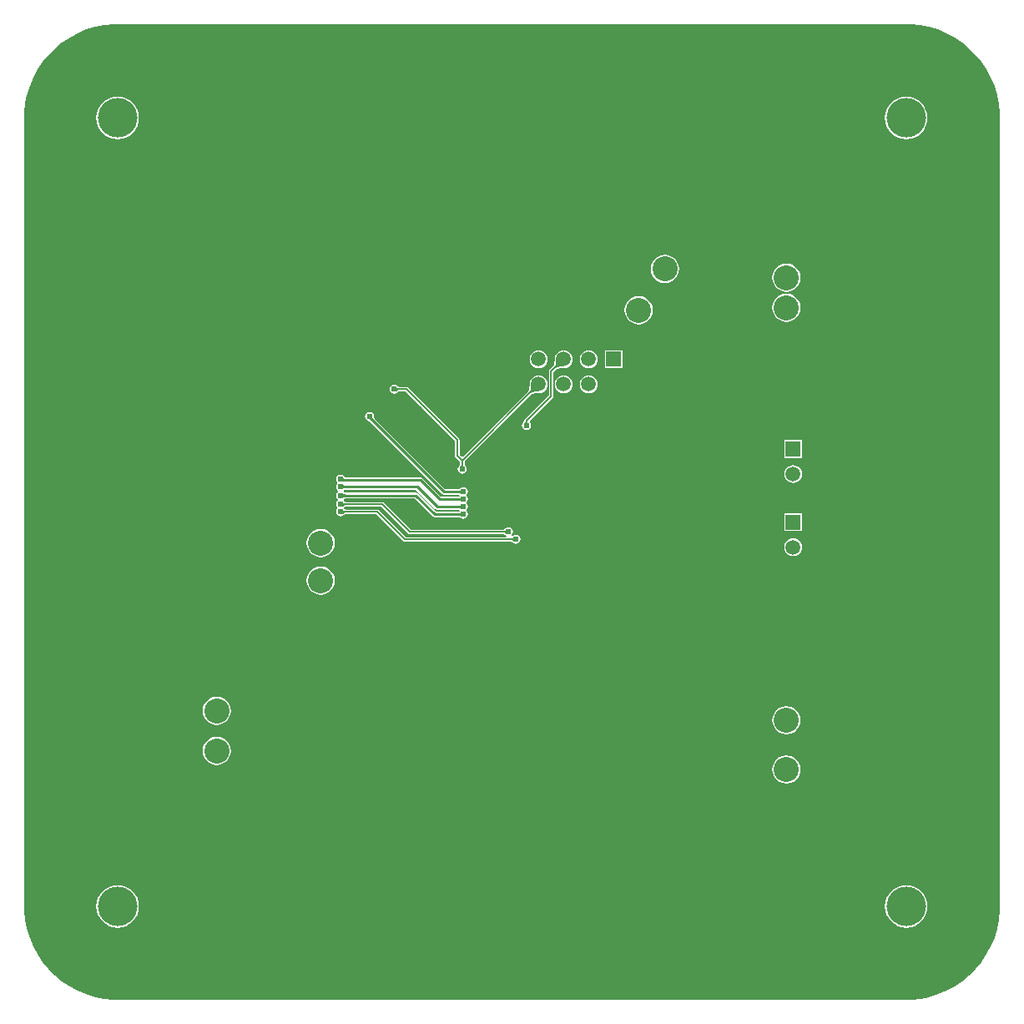
<source format=gbl>
G04*
G04 #@! TF.GenerationSoftware,Altium Limited,Altium Designer,19.1.9 (167)*
G04*
G04 Layer_Physical_Order=2*
G04 Layer_Color=16711680*
%FSAX25Y25*%
%MOIN*%
G70*
G01*
G75*
%ADD12C,0.01000*%
%ADD70C,0.00600*%
%ADD73C,0.10000*%
%ADD74C,0.05906*%
%ADD75R,0.05906X0.05906*%
%ADD76C,0.15748*%
%ADD77R,0.05906X0.05906*%
%ADD78C,0.05000*%
%ADD79C,0.02400*%
G36*
X0359915Y0391441D02*
X0363512Y0390726D01*
X0367022Y0389661D01*
X0370411Y0388257D01*
X0373646Y0386528D01*
X0376696Y0384490D01*
X0379531Y0382164D01*
X0382124Y0379570D01*
X0384451Y0376735D01*
X0386489Y0373685D01*
X0388218Y0370450D01*
X0389622Y0367061D01*
X0390686Y0363551D01*
X0391402Y0359954D01*
X0391762Y0356304D01*
Y0354470D01*
Y0039509D01*
Y0037675D01*
X0391402Y0034025D01*
X0390686Y0030427D01*
X0389622Y0026918D01*
X0388218Y0023529D01*
X0386489Y0020294D01*
X0384451Y0017244D01*
X0382124Y0014409D01*
X0379531Y0011815D01*
X0376695Y0009488D01*
X0373646Y0007451D01*
X0370411Y0005722D01*
X0367022Y0004318D01*
X0363512Y0003253D01*
X0359915Y0002538D01*
X0356265Y0002178D01*
X0037636D01*
X0033986Y0002538D01*
X0030388Y0003253D01*
X0026878Y0004318D01*
X0023490Y0005722D01*
X0020255Y0007451D01*
X0017205Y0009488D01*
X0014370Y0011815D01*
X0011776Y0014409D01*
X0009449Y0017244D01*
X0007412Y0020294D01*
X0005683Y0023529D01*
X0004279Y0026918D01*
X0003214Y0030428D01*
X0002499Y0034025D01*
X0002139Y0037675D01*
Y0039509D01*
Y0354470D01*
Y0356304D01*
X0002499Y0359954D01*
X0003214Y0363551D01*
X0004279Y0367061D01*
X0005683Y0370450D01*
X0007412Y0373685D01*
X0009449Y0376735D01*
X0011776Y0379570D01*
X0014370Y0382164D01*
X0017205Y0384490D01*
X0020255Y0386528D01*
X0023490Y0388257D01*
X0026878Y0389661D01*
X0030388Y0390726D01*
X0033986Y0391441D01*
X0037636Y0391801D01*
X0356265D01*
X0359915Y0391441D01*
D02*
G37*
%LPC*%
G36*
X0354331Y0362846D02*
X0352670Y0362682D01*
X0351072Y0362198D01*
X0349600Y0361411D01*
X0348310Y0360352D01*
X0347251Y0359061D01*
X0346464Y0357589D01*
X0345979Y0355992D01*
X0345816Y0354331D01*
X0345979Y0352670D01*
X0346464Y0351072D01*
X0347251Y0349600D01*
X0348310Y0348310D01*
X0349600Y0347251D01*
X0351072Y0346464D01*
X0352670Y0345979D01*
X0354331Y0345816D01*
X0355992Y0345979D01*
X0357589Y0346464D01*
X0359061Y0347251D01*
X0360352Y0348310D01*
X0361411Y0349600D01*
X0362198Y0351072D01*
X0362682Y0352670D01*
X0362846Y0354331D01*
X0362682Y0355992D01*
X0362198Y0357589D01*
X0361411Y0359061D01*
X0360352Y0360352D01*
X0359061Y0361411D01*
X0357589Y0362198D01*
X0355992Y0362682D01*
X0354331Y0362846D01*
D02*
G37*
G36*
X0039370D02*
X0037709Y0362682D01*
X0036112Y0362198D01*
X0034639Y0361411D01*
X0033349Y0360352D01*
X0032290Y0359061D01*
X0031503Y0357589D01*
X0031019Y0355992D01*
X0030855Y0354331D01*
X0031019Y0352670D01*
X0031503Y0351072D01*
X0032290Y0349600D01*
X0033349Y0348310D01*
X0034639Y0347251D01*
X0036112Y0346464D01*
X0037709Y0345979D01*
X0039370Y0345816D01*
X0041031Y0345979D01*
X0042629Y0346464D01*
X0044101Y0347251D01*
X0045391Y0348310D01*
X0046450Y0349600D01*
X0047237Y0351072D01*
X0047721Y0352670D01*
X0047885Y0354331D01*
X0047721Y0355992D01*
X0047237Y0357589D01*
X0046450Y0359061D01*
X0045391Y0360352D01*
X0044101Y0361411D01*
X0042629Y0362198D01*
X0041031Y0362682D01*
X0039370Y0362846D01*
D02*
G37*
G36*
X0258000Y0299648D02*
X0256538Y0299456D01*
X0255176Y0298892D01*
X0254006Y0297994D01*
X0253108Y0296824D01*
X0252544Y0295462D01*
X0252352Y0294000D01*
X0252544Y0292538D01*
X0253108Y0291176D01*
X0254006Y0290006D01*
X0255176Y0289108D01*
X0256538Y0288544D01*
X0258000Y0288352D01*
X0259462Y0288544D01*
X0260824Y0289108D01*
X0261994Y0290006D01*
X0262892Y0291176D01*
X0263456Y0292538D01*
X0263648Y0294000D01*
X0263456Y0295462D01*
X0262892Y0296824D01*
X0261994Y0297994D01*
X0260824Y0298892D01*
X0259462Y0299456D01*
X0258000Y0299648D01*
D02*
G37*
G36*
X0306500Y0296148D02*
X0305038Y0295956D01*
X0303676Y0295392D01*
X0302506Y0294494D01*
X0301608Y0293324D01*
X0301044Y0291962D01*
X0300852Y0290500D01*
X0301044Y0289038D01*
X0301608Y0287676D01*
X0302506Y0286506D01*
X0303676Y0285608D01*
X0305038Y0285044D01*
X0306500Y0284852D01*
X0307962Y0285044D01*
X0309324Y0285608D01*
X0310494Y0286506D01*
X0311392Y0287676D01*
X0311956Y0289038D01*
X0312148Y0290500D01*
X0311956Y0291962D01*
X0311392Y0293324D01*
X0310494Y0294494D01*
X0309324Y0295392D01*
X0307962Y0295956D01*
X0306500Y0296148D01*
D02*
G37*
G36*
Y0284148D02*
X0305038Y0283956D01*
X0303676Y0283392D01*
X0302506Y0282494D01*
X0301608Y0281324D01*
X0301044Y0279962D01*
X0300852Y0278500D01*
X0301044Y0277038D01*
X0301608Y0275676D01*
X0302506Y0274506D01*
X0303676Y0273608D01*
X0305038Y0273044D01*
X0306500Y0272852D01*
X0307962Y0273044D01*
X0309324Y0273608D01*
X0310494Y0274506D01*
X0311392Y0275676D01*
X0311956Y0277038D01*
X0312148Y0278500D01*
X0311956Y0279962D01*
X0311392Y0281324D01*
X0310494Y0282494D01*
X0309324Y0283392D01*
X0307962Y0283956D01*
X0306500Y0284148D01*
D02*
G37*
G36*
X0247500Y0283148D02*
X0246038Y0282956D01*
X0244676Y0282392D01*
X0243506Y0281494D01*
X0242608Y0280324D01*
X0242044Y0278962D01*
X0241852Y0277500D01*
X0242044Y0276038D01*
X0242608Y0274676D01*
X0243506Y0273506D01*
X0244676Y0272608D01*
X0246038Y0272044D01*
X0247500Y0271852D01*
X0248962Y0272044D01*
X0250324Y0272608D01*
X0251494Y0273506D01*
X0252392Y0274676D01*
X0252956Y0276038D01*
X0253148Y0277500D01*
X0252956Y0278962D01*
X0252392Y0280324D01*
X0251494Y0281494D01*
X0250324Y0282392D01*
X0248962Y0282956D01*
X0247500Y0283148D01*
D02*
G37*
G36*
X0241053Y0261553D02*
X0233947D01*
Y0254447D01*
X0241053D01*
Y0261553D01*
D02*
G37*
G36*
X0227500Y0261583D02*
X0226573Y0261461D01*
X0225708Y0261103D01*
X0224966Y0260534D01*
X0224397Y0259792D01*
X0224039Y0258927D01*
X0223917Y0258000D01*
X0224039Y0257073D01*
X0224397Y0256208D01*
X0224966Y0255466D01*
X0225708Y0254897D01*
X0226573Y0254539D01*
X0227500Y0254417D01*
X0228427Y0254539D01*
X0229292Y0254897D01*
X0230034Y0255466D01*
X0230603Y0256208D01*
X0230961Y0257073D01*
X0231083Y0258000D01*
X0230961Y0258927D01*
X0230603Y0259792D01*
X0230034Y0260534D01*
X0229292Y0261103D01*
X0228427Y0261461D01*
X0227500Y0261583D01*
D02*
G37*
G36*
X0207500D02*
X0206573Y0261461D01*
X0205708Y0261103D01*
X0204966Y0260534D01*
X0204397Y0259792D01*
X0204039Y0258927D01*
X0203917Y0258000D01*
X0204039Y0257073D01*
X0204397Y0256208D01*
X0204966Y0255466D01*
X0205708Y0254897D01*
X0206573Y0254539D01*
X0207500Y0254417D01*
X0208427Y0254539D01*
X0209292Y0254897D01*
X0210034Y0255466D01*
X0210603Y0256208D01*
X0210961Y0257073D01*
X0211083Y0258000D01*
X0210961Y0258927D01*
X0210603Y0259792D01*
X0210034Y0260534D01*
X0209292Y0261103D01*
X0208427Y0261461D01*
X0207500Y0261583D01*
D02*
G37*
G36*
X0227500Y0251583D02*
X0226573Y0251461D01*
X0225708Y0251103D01*
X0224966Y0250534D01*
X0224397Y0249792D01*
X0224039Y0248927D01*
X0223917Y0248000D01*
X0224039Y0247073D01*
X0224397Y0246208D01*
X0224966Y0245466D01*
X0225708Y0244897D01*
X0226573Y0244539D01*
X0227500Y0244417D01*
X0228427Y0244539D01*
X0229292Y0244897D01*
X0230034Y0245466D01*
X0230603Y0246208D01*
X0230961Y0247073D01*
X0231083Y0248000D01*
X0230961Y0248927D01*
X0230603Y0249792D01*
X0230034Y0250534D01*
X0229292Y0251103D01*
X0228427Y0251461D01*
X0227500Y0251583D01*
D02*
G37*
G36*
X0217500D02*
X0216573Y0251461D01*
X0215708Y0251103D01*
X0214966Y0250534D01*
X0214397Y0249792D01*
X0214039Y0248927D01*
X0213917Y0248000D01*
X0214039Y0247073D01*
X0214397Y0246208D01*
X0214966Y0245466D01*
X0215708Y0244897D01*
X0216573Y0244539D01*
X0217500Y0244417D01*
X0218427Y0244539D01*
X0219292Y0244897D01*
X0220034Y0245466D01*
X0220603Y0246208D01*
X0220961Y0247073D01*
X0221083Y0248000D01*
X0220961Y0248927D01*
X0220603Y0249792D01*
X0220034Y0250534D01*
X0219292Y0251103D01*
X0218427Y0251461D01*
X0217500Y0251583D01*
D02*
G37*
G36*
Y0261583D02*
X0216573Y0261461D01*
X0215708Y0261103D01*
X0214966Y0260534D01*
X0214397Y0259792D01*
X0214039Y0258927D01*
X0213920Y0258025D01*
X0213898Y0257972D01*
X0213896Y0257506D01*
X0213883Y0257094D01*
X0213820Y0256368D01*
X0213774Y0256084D01*
X0213719Y0255838D01*
X0213658Y0255641D01*
X0213596Y0255492D01*
X0213539Y0255396D01*
X0213457Y0255295D01*
X0213439Y0255237D01*
X0211851Y0253649D01*
X0211652Y0253351D01*
X0211582Y0253000D01*
Y0243580D01*
X0201951Y0233949D01*
X0201752Y0233651D01*
X0201715Y0233464D01*
X0201651Y0233325D01*
X0201648Y0233246D01*
X0201643Y0233201D01*
X0201635Y0233163D01*
X0201625Y0233133D01*
X0201615Y0233108D01*
X0201603Y0233087D01*
X0201589Y0233067D01*
X0201572Y0233047D01*
X0201550Y0233025D01*
X0201498Y0232984D01*
X0201478Y0232949D01*
X0201441Y0232934D01*
X0201416Y0232874D01*
X0201302Y0232798D01*
X0200904Y0232202D01*
X0200765Y0231500D01*
X0200904Y0230798D01*
X0201302Y0230202D01*
X0201898Y0229804D01*
X0202600Y0229665D01*
X0203302Y0229804D01*
X0203898Y0230202D01*
X0204296Y0230798D01*
X0204435Y0231500D01*
X0204296Y0232202D01*
X0203898Y0232798D01*
X0203914Y0233254D01*
X0203960Y0233349D01*
X0203991Y0233394D01*
X0213149Y0242551D01*
X0213348Y0242849D01*
X0213418Y0243200D01*
Y0252620D01*
X0214737Y0253939D01*
X0214795Y0253957D01*
X0214896Y0254039D01*
X0214992Y0254096D01*
X0215141Y0254158D01*
X0215338Y0254219D01*
X0215584Y0254274D01*
X0215862Y0254319D01*
X0217017Y0254397D01*
X0217472Y0254398D01*
X0217525Y0254420D01*
X0218427Y0254539D01*
X0219292Y0254897D01*
X0220034Y0255466D01*
X0220603Y0256208D01*
X0220961Y0257073D01*
X0221083Y0258000D01*
X0220961Y0258927D01*
X0220603Y0259792D01*
X0220034Y0260534D01*
X0219292Y0261103D01*
X0218427Y0261461D01*
X0217500Y0261583D01*
D02*
G37*
G36*
X0207500Y0251583D02*
X0206573Y0251461D01*
X0205708Y0251103D01*
X0204966Y0250534D01*
X0204397Y0249792D01*
X0204039Y0248927D01*
X0203920Y0248025D01*
X0203898Y0247972D01*
X0203896Y0247506D01*
X0203883Y0247094D01*
X0203820Y0246369D01*
X0203774Y0246084D01*
X0203719Y0245838D01*
X0203658Y0245640D01*
X0203596Y0245493D01*
X0203539Y0245396D01*
X0203457Y0245295D01*
X0203439Y0245236D01*
X0177329Y0219126D01*
X0177000Y0218971D01*
X0176671Y0219126D01*
X0175918Y0219880D01*
Y0225871D01*
X0175848Y0226222D01*
X0175649Y0226519D01*
X0155519Y0246649D01*
X0155222Y0246848D01*
X0154871Y0246918D01*
X0151857D01*
X0151792Y0246949D01*
X0151727Y0246952D01*
X0151694Y0246957D01*
X0151654Y0246968D01*
X0151608Y0246985D01*
X0151555Y0247010D01*
X0151495Y0247045D01*
X0151437Y0247085D01*
X0151271Y0247221D01*
X0151185Y0247306D01*
X0151126Y0247329D01*
X0150577Y0247696D01*
X0149875Y0247835D01*
X0149173Y0247696D01*
X0148577Y0247298D01*
X0148179Y0246702D01*
X0148040Y0246000D01*
X0148179Y0245298D01*
X0148577Y0244702D01*
X0149173Y0244304D01*
X0149875Y0244165D01*
X0150577Y0244304D01*
X0151126Y0244671D01*
X0151185Y0244694D01*
X0151278Y0244785D01*
X0151356Y0244853D01*
X0151428Y0244910D01*
X0151495Y0244955D01*
X0151555Y0244990D01*
X0151608Y0245015D01*
X0151654Y0245032D01*
X0151694Y0245043D01*
X0151727Y0245048D01*
X0151792Y0245052D01*
X0151857Y0245082D01*
X0154491D01*
X0174082Y0225490D01*
Y0219500D01*
X0174152Y0219149D01*
X0174351Y0218851D01*
X0175774Y0217428D01*
X0175800Y0217357D01*
X0175864Y0217289D01*
X0175906Y0217237D01*
X0175940Y0217186D01*
X0175969Y0217135D01*
X0175993Y0217083D01*
X0176013Y0217029D01*
X0176029Y0216972D01*
X0176040Y0216912D01*
X0176048Y0216846D01*
X0176051Y0216753D01*
X0176082Y0216684D01*
Y0215982D01*
X0176051Y0215917D01*
X0176048Y0215852D01*
X0176043Y0215819D01*
X0176032Y0215779D01*
X0176015Y0215733D01*
X0175990Y0215680D01*
X0175955Y0215620D01*
X0175915Y0215562D01*
X0175779Y0215396D01*
X0175694Y0215310D01*
X0175671Y0215251D01*
X0175304Y0214702D01*
X0175165Y0214000D01*
X0175304Y0213298D01*
X0175702Y0212702D01*
X0176298Y0212304D01*
X0177000Y0212165D01*
X0177702Y0212304D01*
X0178298Y0212702D01*
X0178696Y0213298D01*
X0178835Y0214000D01*
X0178696Y0214702D01*
X0178329Y0215251D01*
X0178306Y0215310D01*
X0178215Y0215403D01*
X0178147Y0215481D01*
X0178090Y0215553D01*
X0178045Y0215620D01*
X0178010Y0215680D01*
X0177985Y0215733D01*
X0177968Y0215779D01*
X0177957Y0215819D01*
X0177952Y0215852D01*
X0177948Y0215917D01*
X0177918Y0215982D01*
Y0216684D01*
X0177949Y0216753D01*
X0177952Y0216846D01*
X0177960Y0216912D01*
X0177971Y0216972D01*
X0177987Y0217029D01*
X0178007Y0217083D01*
X0178031Y0217135D01*
X0178060Y0217186D01*
X0178094Y0217237D01*
X0178136Y0217289D01*
X0178200Y0217357D01*
X0178226Y0217428D01*
X0204736Y0243939D01*
X0204795Y0243957D01*
X0204895Y0244039D01*
X0204993Y0244096D01*
X0205140Y0244158D01*
X0205339Y0244219D01*
X0205584Y0244274D01*
X0205862Y0244319D01*
X0207017Y0244397D01*
X0207472Y0244398D01*
X0207525Y0244420D01*
X0208427Y0244539D01*
X0209292Y0244897D01*
X0210034Y0245466D01*
X0210603Y0246208D01*
X0210961Y0247073D01*
X0211083Y0248000D01*
X0210961Y0248927D01*
X0210603Y0249792D01*
X0210034Y0250534D01*
X0209292Y0251103D01*
X0208427Y0251461D01*
X0207500Y0251583D01*
D02*
G37*
G36*
X0312753Y0225650D02*
X0305647D01*
Y0218545D01*
X0312753D01*
Y0225650D01*
D02*
G37*
G36*
X0309200Y0215681D02*
X0308273Y0215559D01*
X0307408Y0215201D01*
X0306666Y0214631D01*
X0306097Y0213889D01*
X0305739Y0213025D01*
X0305617Y0212097D01*
X0305739Y0211170D01*
X0306097Y0210306D01*
X0306666Y0209563D01*
X0307408Y0208994D01*
X0308273Y0208636D01*
X0309200Y0208514D01*
X0310127Y0208636D01*
X0310992Y0208994D01*
X0311734Y0209563D01*
X0312303Y0210306D01*
X0312661Y0211170D01*
X0312783Y0212097D01*
X0312661Y0213025D01*
X0312303Y0213889D01*
X0311734Y0214631D01*
X0310992Y0215201D01*
X0310127Y0215559D01*
X0309200Y0215681D01*
D02*
G37*
G36*
X0140000Y0236835D02*
X0139298Y0236696D01*
X0138702Y0236298D01*
X0138304Y0235702D01*
X0138165Y0235000D01*
X0138304Y0234298D01*
X0138702Y0233702D01*
X0139298Y0233304D01*
X0139609Y0233243D01*
X0139717Y0233173D01*
X0139784Y0233160D01*
X0139827Y0233149D01*
X0139872Y0233134D01*
X0139920Y0233113D01*
X0139971Y0233087D01*
X0140024Y0233054D01*
X0140075Y0233020D01*
X0140211Y0232908D01*
X0140280Y0232841D01*
X0140345Y0232817D01*
X0168954Y0204207D01*
X0169318Y0203964D01*
X0169747Y0203878D01*
X0169747Y0203878D01*
X0175609D01*
X0175671Y0203851D01*
X0175750Y0203849D01*
X0175940Y0203585D01*
X0175994Y0203500D01*
X0175941Y0203416D01*
X0175750Y0203151D01*
X0175671Y0203149D01*
X0175609Y0203122D01*
X0168465D01*
X0161093Y0210493D01*
X0160729Y0210736D01*
X0160300Y0210822D01*
X0160300Y0210822D01*
X0130586D01*
X0130583Y0210824D01*
X0130562Y0210822D01*
X0130485D01*
X0130424Y0210849D01*
X0130325Y0210852D01*
X0130260Y0210859D01*
X0130208Y0210869D01*
X0130170Y0210880D01*
X0130144Y0210890D01*
X0130128Y0210898D01*
X0130120Y0210905D01*
X0130114Y0210909D01*
X0130110Y0210915D01*
X0130082Y0210957D01*
X0129979Y0211026D01*
X0129798Y0211298D01*
X0129202Y0211696D01*
X0128500Y0211835D01*
X0127798Y0211696D01*
X0127202Y0211298D01*
X0126804Y0210702D01*
X0126665Y0210000D01*
X0126804Y0209298D01*
X0127111Y0208838D01*
X0127168Y0208500D01*
X0127111Y0208162D01*
X0126804Y0207702D01*
X0126665Y0207000D01*
X0126804Y0206298D01*
X0127202Y0205702D01*
X0127429Y0205551D01*
Y0204949D01*
X0127202Y0204798D01*
X0126804Y0204202D01*
X0126665Y0203500D01*
X0126804Y0202798D01*
X0127202Y0202202D01*
X0127429Y0202051D01*
Y0201449D01*
X0127202Y0201298D01*
X0126804Y0200702D01*
X0126665Y0200000D01*
X0126804Y0199298D01*
X0127202Y0198702D01*
Y0198298D01*
X0126804Y0197702D01*
X0126665Y0197000D01*
X0126804Y0196298D01*
X0127202Y0195702D01*
X0127798Y0195304D01*
X0128500Y0195165D01*
X0129202Y0195304D01*
X0129751Y0195671D01*
X0129810Y0195694D01*
X0129903Y0195785D01*
X0129981Y0195853D01*
X0130053Y0195910D01*
X0130120Y0195955D01*
X0130180Y0195990D01*
X0130233Y0196015D01*
X0130279Y0196032D01*
X0130319Y0196043D01*
X0130352Y0196048D01*
X0130417Y0196052D01*
X0130482Y0196082D01*
X0142620D01*
X0153351Y0185351D01*
X0153649Y0185152D01*
X0154000Y0185082D01*
X0196519D01*
X0196583Y0185052D01*
X0196648Y0185048D01*
X0196681Y0185043D01*
X0196721Y0185032D01*
X0196767Y0185015D01*
X0196820Y0184990D01*
X0196880Y0184955D01*
X0196938Y0184915D01*
X0197104Y0184779D01*
X0197190Y0184694D01*
X0197249Y0184671D01*
X0197798Y0184304D01*
X0198500Y0184165D01*
X0199202Y0184304D01*
X0199798Y0184702D01*
X0200196Y0185298D01*
X0200335Y0186000D01*
X0200196Y0186702D01*
X0199798Y0187298D01*
X0199202Y0187696D01*
X0198500Y0187835D01*
X0197798Y0187696D01*
X0197249Y0187329D01*
X0197190Y0187306D01*
X0197097Y0187215D01*
X0197019Y0187147D01*
X0196981Y0187117D01*
X0196832Y0187116D01*
X0196824Y0187118D01*
X0196728Y0187635D01*
X0196748Y0187669D01*
X0196798Y0187702D01*
X0197196Y0188298D01*
X0197335Y0189000D01*
X0197196Y0189702D01*
X0196798Y0190298D01*
X0196202Y0190696D01*
X0195500Y0190835D01*
X0194798Y0190696D01*
X0194249Y0190329D01*
X0194190Y0190306D01*
X0194097Y0190215D01*
X0194019Y0190147D01*
X0193947Y0190090D01*
X0193880Y0190045D01*
X0193820Y0190010D01*
X0193767Y0189985D01*
X0193721Y0189968D01*
X0193681Y0189957D01*
X0193648Y0189952D01*
X0193583Y0189948D01*
X0193518Y0189918D01*
X0156380D01*
X0145649Y0200649D01*
X0145351Y0200848D01*
X0145000Y0200918D01*
X0130482D01*
X0130417Y0200949D01*
X0130352Y0200952D01*
X0130319Y0200957D01*
X0130279Y0200968D01*
X0130233Y0200985D01*
X0130180Y0201010D01*
X0130120Y0201045D01*
X0130062Y0201085D01*
X0129896Y0201221D01*
X0129810Y0201306D01*
X0129751Y0201329D01*
X0129571Y0201449D01*
Y0202051D01*
X0129735Y0202161D01*
X0129799Y0202184D01*
X0129846Y0202228D01*
X0129873Y0202249D01*
X0129904Y0202268D01*
X0129939Y0202286D01*
X0129981Y0202303D01*
X0130030Y0202318D01*
X0130087Y0202331D01*
X0130152Y0202341D01*
X0130227Y0202348D01*
X0130329Y0202351D01*
X0130391Y0202378D01*
X0158005D01*
X0165177Y0195207D01*
X0165177Y0195207D01*
X0165541Y0194964D01*
X0165970Y0194878D01*
X0175609D01*
X0175671Y0194851D01*
X0175773Y0194848D01*
X0175847Y0194841D01*
X0175913Y0194831D01*
X0175970Y0194818D01*
X0176019Y0194803D01*
X0176061Y0194786D01*
X0176096Y0194768D01*
X0176127Y0194749D01*
X0176154Y0194728D01*
X0176201Y0194684D01*
X0176265Y0194660D01*
X0176798Y0194304D01*
X0177500Y0194165D01*
X0178202Y0194304D01*
X0178798Y0194702D01*
X0179196Y0195298D01*
X0179335Y0196000D01*
X0179196Y0196702D01*
X0178798Y0197298D01*
Y0197702D01*
X0179196Y0198298D01*
X0179335Y0199000D01*
X0179196Y0199702D01*
X0178798Y0200298D01*
Y0200702D01*
X0179196Y0201298D01*
X0179335Y0202000D01*
X0179196Y0202702D01*
X0178798Y0203298D01*
Y0203702D01*
X0179196Y0204298D01*
X0179335Y0205000D01*
X0179196Y0205702D01*
X0178798Y0206298D01*
X0178202Y0206696D01*
X0177500Y0206835D01*
X0176798Y0206696D01*
X0176265Y0206340D01*
X0176201Y0206316D01*
X0176154Y0206272D01*
X0176127Y0206251D01*
X0176096Y0206232D01*
X0176061Y0206214D01*
X0176019Y0206197D01*
X0175970Y0206182D01*
X0175913Y0206169D01*
X0175847Y0206159D01*
X0175773Y0206152D01*
X0175671Y0206149D01*
X0175609Y0206121D01*
X0170212D01*
X0142090Y0234243D01*
X0142082Y0234278D01*
X0142043Y0234302D01*
X0142027Y0234345D01*
X0141959Y0234418D01*
X0141915Y0234471D01*
X0141882Y0234519D01*
X0141858Y0234559D01*
X0141842Y0234594D01*
X0141833Y0234622D01*
X0141827Y0234645D01*
X0141825Y0234665D01*
X0141825Y0234685D01*
X0141831Y0234741D01*
X0141803Y0234836D01*
X0141835Y0235000D01*
X0141696Y0235702D01*
X0141298Y0236298D01*
X0140702Y0236696D01*
X0140000Y0236835D01*
D02*
G37*
G36*
X0312753Y0196450D02*
X0305647D01*
Y0189345D01*
X0312753D01*
Y0196450D01*
D02*
G37*
G36*
X0309200Y0186481D02*
X0308273Y0186359D01*
X0307408Y0186001D01*
X0306666Y0185431D01*
X0306097Y0184689D01*
X0305739Y0183825D01*
X0305617Y0182897D01*
X0305739Y0181970D01*
X0306097Y0181105D01*
X0306666Y0180363D01*
X0307408Y0179794D01*
X0308273Y0179436D01*
X0309200Y0179314D01*
X0310127Y0179436D01*
X0310992Y0179794D01*
X0311734Y0180363D01*
X0312303Y0181105D01*
X0312661Y0181970D01*
X0312783Y0182897D01*
X0312661Y0183825D01*
X0312303Y0184689D01*
X0311734Y0185431D01*
X0310992Y0186001D01*
X0310127Y0186359D01*
X0309200Y0186481D01*
D02*
G37*
G36*
X0120500Y0190148D02*
X0119038Y0189956D01*
X0117676Y0189392D01*
X0116506Y0188494D01*
X0115608Y0187324D01*
X0115044Y0185962D01*
X0114852Y0184500D01*
X0115044Y0183038D01*
X0115608Y0181676D01*
X0116506Y0180506D01*
X0117676Y0179608D01*
X0119038Y0179044D01*
X0120500Y0178852D01*
X0121962Y0179044D01*
X0123324Y0179608D01*
X0124494Y0180506D01*
X0125392Y0181676D01*
X0125956Y0183038D01*
X0126148Y0184500D01*
X0125956Y0185962D01*
X0125392Y0187324D01*
X0124494Y0188494D01*
X0123324Y0189392D01*
X0121962Y0189956D01*
X0120500Y0190148D01*
D02*
G37*
G36*
Y0175148D02*
X0119038Y0174956D01*
X0117676Y0174392D01*
X0116506Y0173494D01*
X0115608Y0172324D01*
X0115044Y0170962D01*
X0114852Y0169500D01*
X0115044Y0168038D01*
X0115608Y0166676D01*
X0116506Y0165506D01*
X0117676Y0164608D01*
X0119038Y0164044D01*
X0120500Y0163852D01*
X0121962Y0164044D01*
X0123324Y0164608D01*
X0124494Y0165506D01*
X0125392Y0166676D01*
X0125956Y0168038D01*
X0126148Y0169500D01*
X0125956Y0170962D01*
X0125392Y0172324D01*
X0124494Y0173494D01*
X0123324Y0174392D01*
X0121962Y0174956D01*
X0120500Y0175148D01*
D02*
G37*
G36*
X0079000Y0123148D02*
X0077538Y0122956D01*
X0076176Y0122392D01*
X0075006Y0121494D01*
X0074108Y0120324D01*
X0073544Y0118962D01*
X0073352Y0117500D01*
X0073544Y0116038D01*
X0074108Y0114676D01*
X0075006Y0113506D01*
X0076176Y0112608D01*
X0077538Y0112044D01*
X0079000Y0111852D01*
X0080462Y0112044D01*
X0081824Y0112608D01*
X0082994Y0113506D01*
X0083892Y0114676D01*
X0084456Y0116038D01*
X0084648Y0117500D01*
X0084456Y0118962D01*
X0083892Y0120324D01*
X0082994Y0121494D01*
X0081824Y0122392D01*
X0080462Y0122956D01*
X0079000Y0123148D01*
D02*
G37*
G36*
X0306461Y0119416D02*
X0304999Y0119224D01*
X0303637Y0118659D01*
X0302467Y0117762D01*
X0301569Y0116592D01*
X0301005Y0115230D01*
X0300812Y0113768D01*
X0301005Y0112306D01*
X0301569Y0110944D01*
X0302467Y0109774D01*
X0303637Y0108876D01*
X0304999Y0108312D01*
X0306461Y0108119D01*
X0307923Y0108312D01*
X0309285Y0108876D01*
X0310455Y0109774D01*
X0311352Y0110944D01*
X0311916Y0112306D01*
X0312109Y0113768D01*
X0311916Y0115230D01*
X0311352Y0116592D01*
X0310455Y0117762D01*
X0309285Y0118659D01*
X0307923Y0119224D01*
X0306461Y0119416D01*
D02*
G37*
G36*
X0079000Y0107148D02*
X0077538Y0106956D01*
X0076176Y0106392D01*
X0075006Y0105494D01*
X0074108Y0104324D01*
X0073544Y0102962D01*
X0073352Y0101500D01*
X0073544Y0100038D01*
X0074108Y0098676D01*
X0075006Y0097506D01*
X0076176Y0096608D01*
X0077538Y0096044D01*
X0079000Y0095852D01*
X0080462Y0096044D01*
X0081824Y0096608D01*
X0082994Y0097506D01*
X0083892Y0098676D01*
X0084456Y0100038D01*
X0084648Y0101500D01*
X0084456Y0102962D01*
X0083892Y0104324D01*
X0082994Y0105494D01*
X0081824Y0106392D01*
X0080462Y0106956D01*
X0079000Y0107148D01*
D02*
G37*
G36*
X0306461Y0099731D02*
X0304999Y0099538D01*
X0303637Y0098974D01*
X0302467Y0098077D01*
X0301569Y0096907D01*
X0301005Y0095545D01*
X0300812Y0094083D01*
X0301005Y0092621D01*
X0301569Y0091259D01*
X0302467Y0090089D01*
X0303637Y0089191D01*
X0304999Y0088627D01*
X0306461Y0088434D01*
X0307923Y0088627D01*
X0309285Y0089191D01*
X0310455Y0090089D01*
X0311352Y0091259D01*
X0311916Y0092621D01*
X0312109Y0094083D01*
X0311916Y0095545D01*
X0311352Y0096907D01*
X0310455Y0098077D01*
X0309285Y0098974D01*
X0307923Y0099538D01*
X0306461Y0099731D01*
D02*
G37*
G36*
X0354331Y0047885D02*
X0352670Y0047721D01*
X0351072Y0047237D01*
X0349600Y0046450D01*
X0348310Y0045391D01*
X0347251Y0044101D01*
X0346464Y0042629D01*
X0345979Y0041031D01*
X0345816Y0039370D01*
X0345979Y0037709D01*
X0346464Y0036112D01*
X0347251Y0034639D01*
X0348310Y0033349D01*
X0349600Y0032290D01*
X0351072Y0031503D01*
X0352670Y0031019D01*
X0354331Y0030855D01*
X0355992Y0031019D01*
X0357589Y0031503D01*
X0359061Y0032290D01*
X0360352Y0033349D01*
X0361411Y0034639D01*
X0362198Y0036112D01*
X0362682Y0037709D01*
X0362846Y0039370D01*
X0362682Y0041031D01*
X0362198Y0042629D01*
X0361411Y0044101D01*
X0360352Y0045391D01*
X0359061Y0046450D01*
X0357589Y0047237D01*
X0355992Y0047721D01*
X0354331Y0047885D01*
D02*
G37*
G36*
X0039370D02*
X0037709Y0047721D01*
X0036112Y0047237D01*
X0034639Y0046450D01*
X0033349Y0045391D01*
X0032290Y0044101D01*
X0031503Y0042629D01*
X0031019Y0041031D01*
X0030855Y0039370D01*
X0031019Y0037709D01*
X0031503Y0036112D01*
X0032290Y0034639D01*
X0033349Y0033349D01*
X0034639Y0032290D01*
X0036112Y0031503D01*
X0037709Y0031019D01*
X0039370Y0030855D01*
X0041031Y0031019D01*
X0042629Y0031503D01*
X0044101Y0032290D01*
X0045391Y0033349D01*
X0046450Y0034639D01*
X0047237Y0036112D01*
X0047721Y0037709D01*
X0047885Y0039370D01*
X0047721Y0041031D01*
X0047237Y0042629D01*
X0046450Y0044101D01*
X0045391Y0045391D01*
X0044101Y0046450D01*
X0042629Y0047237D01*
X0041031Y0047721D01*
X0039370Y0047885D01*
D02*
G37*
%LPD*%
G36*
X0217471Y0255047D02*
X0216994Y0255046D01*
X0215789Y0254965D01*
X0215461Y0254912D01*
X0215171Y0254847D01*
X0214918Y0254769D01*
X0214702Y0254678D01*
X0214524Y0254574D01*
X0214382Y0254458D01*
X0213958Y0254882D01*
X0214074Y0255024D01*
X0214178Y0255202D01*
X0214269Y0255418D01*
X0214347Y0255671D01*
X0214412Y0255961D01*
X0214465Y0256289D01*
X0214532Y0257055D01*
X0214546Y0257494D01*
X0214547Y0257970D01*
X0217471Y0255047D01*
D02*
G37*
G36*
X0202904Y0233195D02*
X0202916Y0233095D01*
X0202936Y0233000D01*
X0202964Y0232910D01*
X0203000Y0232825D01*
X0203044Y0232745D01*
X0203096Y0232670D01*
X0203156Y0232600D01*
X0203224Y0232535D01*
X0203300Y0232475D01*
X0201900D01*
X0201976Y0232535D01*
X0202044Y0232600D01*
X0202104Y0232670D01*
X0202156Y0232745D01*
X0202200Y0232825D01*
X0202236Y0232910D01*
X0202264Y0233000D01*
X0202284Y0233095D01*
X0202296Y0233195D01*
X0202300Y0233300D01*
X0202900D01*
X0202904Y0233195D01*
D02*
G37*
G36*
X0150838Y0246737D02*
X0151047Y0246565D01*
X0151150Y0246494D01*
X0151253Y0246435D01*
X0151355Y0246386D01*
X0151456Y0246349D01*
X0151557Y0246322D01*
X0151657Y0246305D01*
X0151757Y0246300D01*
Y0245700D01*
X0151657Y0245695D01*
X0151557Y0245678D01*
X0151456Y0245651D01*
X0151355Y0245614D01*
X0151253Y0245565D01*
X0151150Y0245506D01*
X0151047Y0245435D01*
X0150942Y0245354D01*
X0150838Y0245263D01*
X0150732Y0245160D01*
Y0246840D01*
X0150838Y0246737D01*
D02*
G37*
G36*
X0207470Y0245047D02*
X0206994Y0245046D01*
X0205789Y0244965D01*
X0205461Y0244912D01*
X0205171Y0244847D01*
X0204918Y0244769D01*
X0204702Y0244678D01*
X0204524Y0244574D01*
X0204382Y0244458D01*
X0203958Y0244882D01*
X0204075Y0245024D01*
X0204178Y0245202D01*
X0204269Y0245418D01*
X0204347Y0245671D01*
X0204412Y0245961D01*
X0204465Y0246289D01*
X0204532Y0247055D01*
X0204546Y0247494D01*
X0204547Y0247971D01*
X0207470Y0245047D01*
D02*
G37*
G36*
X0177724Y0217800D02*
X0177644Y0217713D01*
X0177571Y0217623D01*
X0177508Y0217530D01*
X0177453Y0217432D01*
X0177406Y0217332D01*
X0177368Y0217228D01*
X0177338Y0217120D01*
X0177317Y0217009D01*
X0177304Y0216894D01*
X0177300Y0216776D01*
X0176700D01*
X0176696Y0216894D01*
X0176683Y0217009D01*
X0176662Y0217120D01*
X0176632Y0217228D01*
X0176594Y0217332D01*
X0176547Y0217432D01*
X0176492Y0217530D01*
X0176428Y0217623D01*
X0176356Y0217713D01*
X0176276Y0217800D01*
X0176576Y0218349D01*
X0176661Y0218272D01*
X0176745Y0218213D01*
X0176830Y0218170D01*
X0176915Y0218145D01*
X0177000Y0218136D01*
X0177085Y0218145D01*
X0177170Y0218170D01*
X0177255Y0218213D01*
X0177339Y0218272D01*
X0177424Y0218349D01*
X0177724Y0217800D01*
D02*
G37*
G36*
X0177305Y0215782D02*
X0177322Y0215682D01*
X0177349Y0215581D01*
X0177386Y0215480D01*
X0177435Y0215378D01*
X0177494Y0215275D01*
X0177565Y0215172D01*
X0177646Y0215067D01*
X0177737Y0214963D01*
X0177840Y0214857D01*
X0176160D01*
X0176263Y0214963D01*
X0176435Y0215172D01*
X0176506Y0215275D01*
X0176565Y0215378D01*
X0176614Y0215480D01*
X0176651Y0215581D01*
X0176678Y0215682D01*
X0176695Y0215782D01*
X0176700Y0215882D01*
X0177300D01*
X0177305Y0215782D01*
D02*
G37*
G36*
X0141175Y0234717D02*
X0141176Y0234624D01*
X0141187Y0234532D01*
X0141208Y0234441D01*
X0141240Y0234350D01*
X0141282Y0234259D01*
X0141334Y0234169D01*
X0141397Y0234079D01*
X0141470Y0233990D01*
X0141554Y0233901D01*
X0140729Y0233311D01*
X0140642Y0233395D01*
X0140465Y0233539D01*
X0140376Y0233600D01*
X0140287Y0233654D01*
X0140197Y0233701D01*
X0140107Y0233739D01*
X0140016Y0233771D01*
X0139925Y0233795D01*
X0139833Y0233812D01*
X0141185Y0234809D01*
X0141175Y0234717D01*
D02*
G37*
G36*
X0129590Y0210523D02*
X0129648Y0210455D01*
X0129714Y0210396D01*
X0129788Y0210344D01*
X0129871Y0210300D01*
X0129961Y0210264D01*
X0130059Y0210236D01*
X0130166Y0210216D01*
X0130280Y0210204D01*
X0130403Y0210200D01*
X0130114Y0209200D01*
X0129993Y0209198D01*
X0129766Y0209179D01*
X0129659Y0209164D01*
X0129460Y0209118D01*
X0129368Y0209088D01*
X0129280Y0209054D01*
X0129198Y0209016D01*
X0129120Y0208972D01*
X0129540Y0210599D01*
X0129590Y0210523D01*
D02*
G37*
G36*
X0129427Y0207775D02*
X0129502Y0207718D01*
X0129583Y0207667D01*
X0129670Y0207622D01*
X0129762Y0207585D01*
X0129860Y0207554D01*
X0129964Y0207531D01*
X0130074Y0207514D01*
X0130190Y0207503D01*
X0130311Y0207500D01*
Y0206500D01*
X0130190Y0206497D01*
X0130074Y0206486D01*
X0129964Y0206469D01*
X0129860Y0206446D01*
X0129762Y0206415D01*
X0129670Y0206378D01*
X0129583Y0206333D01*
X0129502Y0206282D01*
X0129427Y0206225D01*
X0129357Y0206160D01*
Y0207840D01*
X0129427Y0207775D01*
D02*
G37*
G36*
X0176643Y0204160D02*
X0176574Y0204225D01*
X0176498Y0204282D01*
X0176417Y0204333D01*
X0176330Y0204378D01*
X0176238Y0204415D01*
X0176140Y0204446D01*
X0176036Y0204469D01*
X0175926Y0204486D01*
X0175810Y0204497D01*
X0175689Y0204500D01*
Y0205500D01*
X0175810Y0205503D01*
X0175926Y0205514D01*
X0176036Y0205531D01*
X0176140Y0205554D01*
X0176238Y0205585D01*
X0176330Y0205622D01*
X0176417Y0205667D01*
X0176498Y0205718D01*
X0176574Y0205775D01*
X0176643Y0205840D01*
Y0204160D01*
D02*
G37*
G36*
X0129427Y0204275D02*
X0129502Y0204218D01*
X0129583Y0204167D01*
X0129670Y0204122D01*
X0129762Y0204085D01*
X0129860Y0204054D01*
X0129964Y0204031D01*
X0130074Y0204014D01*
X0130190Y0204003D01*
X0130311Y0204000D01*
Y0203000D01*
X0130190Y0202997D01*
X0130074Y0202986D01*
X0129964Y0202969D01*
X0129860Y0202946D01*
X0129762Y0202915D01*
X0129670Y0202878D01*
X0129583Y0202833D01*
X0129502Y0202782D01*
X0129427Y0202725D01*
X0129357Y0202660D01*
Y0204340D01*
X0129427Y0204275D01*
D02*
G37*
G36*
X0176643Y0201160D02*
X0176574Y0201225D01*
X0176498Y0201282D01*
X0176417Y0201333D01*
X0176330Y0201378D01*
X0176238Y0201415D01*
X0176140Y0201446D01*
X0176036Y0201469D01*
X0175926Y0201486D01*
X0175810Y0201497D01*
X0175689Y0201500D01*
Y0202500D01*
X0175810Y0202503D01*
X0175926Y0202514D01*
X0176036Y0202531D01*
X0176140Y0202554D01*
X0176238Y0202585D01*
X0176330Y0202622D01*
X0176417Y0202667D01*
X0176498Y0202718D01*
X0176574Y0202775D01*
X0176643Y0202840D01*
Y0201160D01*
D02*
G37*
G36*
X0129463Y0200737D02*
X0129672Y0200565D01*
X0129775Y0200494D01*
X0129878Y0200435D01*
X0129980Y0200386D01*
X0130081Y0200349D01*
X0130182Y0200322D01*
X0130282Y0200305D01*
X0130382Y0200300D01*
Y0199700D01*
X0130282Y0199695D01*
X0130182Y0199678D01*
X0130081Y0199651D01*
X0129980Y0199614D01*
X0129878Y0199565D01*
X0129775Y0199506D01*
X0129672Y0199435D01*
X0129567Y0199354D01*
X0129463Y0199263D01*
X0129357Y0199160D01*
Y0200840D01*
X0129463Y0200737D01*
D02*
G37*
G36*
X0176643Y0198160D02*
X0176574Y0198225D01*
X0176498Y0198282D01*
X0176417Y0198333D01*
X0176330Y0198378D01*
X0176238Y0198415D01*
X0176140Y0198446D01*
X0176036Y0198469D01*
X0175926Y0198486D01*
X0175810Y0198497D01*
X0175689Y0198500D01*
Y0199500D01*
X0175810Y0199503D01*
X0175926Y0199514D01*
X0176036Y0199531D01*
X0176140Y0199554D01*
X0176238Y0199585D01*
X0176330Y0199622D01*
X0176417Y0199667D01*
X0176498Y0199718D01*
X0176574Y0199775D01*
X0176643Y0199840D01*
Y0198160D01*
D02*
G37*
G36*
X0166207Y0198207D02*
X0166207Y0198207D01*
X0166571Y0197964D01*
X0167000Y0197878D01*
X0167000Y0197878D01*
X0175609D01*
X0175671Y0197851D01*
X0175750Y0197849D01*
X0175940Y0197585D01*
X0175994Y0197500D01*
X0175941Y0197416D01*
X0175750Y0197151D01*
X0175671Y0197149D01*
X0175609Y0197122D01*
X0166434D01*
X0159263Y0204293D01*
X0158899Y0204536D01*
X0158470Y0204622D01*
X0158470Y0204622D01*
X0130391D01*
X0130329Y0204649D01*
X0130227Y0204652D01*
X0130152Y0204659D01*
X0130087Y0204669D01*
X0130030Y0204682D01*
X0129981Y0204697D01*
X0129939Y0204714D01*
X0129904Y0204732D01*
X0129873Y0204751D01*
X0129846Y0204772D01*
X0129799Y0204816D01*
X0129735Y0204839D01*
X0129571Y0204949D01*
Y0205551D01*
X0129735Y0205661D01*
X0129799Y0205684D01*
X0129846Y0205728D01*
X0129873Y0205749D01*
X0129904Y0205768D01*
X0129939Y0205786D01*
X0129981Y0205803D01*
X0130030Y0205818D01*
X0130087Y0205831D01*
X0130152Y0205841D01*
X0130227Y0205848D01*
X0130329Y0205851D01*
X0130391Y0205878D01*
X0158535D01*
X0166207Y0198207D01*
D02*
G37*
G36*
X0129463Y0197737D02*
X0129672Y0197565D01*
X0129775Y0197494D01*
X0129878Y0197435D01*
X0129980Y0197386D01*
X0130081Y0197349D01*
X0130182Y0197322D01*
X0130282Y0197305D01*
X0130382Y0197300D01*
Y0196700D01*
X0130282Y0196695D01*
X0130182Y0196678D01*
X0130081Y0196651D01*
X0129980Y0196614D01*
X0129878Y0196565D01*
X0129775Y0196506D01*
X0129672Y0196435D01*
X0129567Y0196354D01*
X0129463Y0196263D01*
X0129357Y0196160D01*
Y0197840D01*
X0129463Y0197737D01*
D02*
G37*
G36*
X0176643Y0195160D02*
X0176574Y0195225D01*
X0176498Y0195282D01*
X0176417Y0195333D01*
X0176330Y0195378D01*
X0176238Y0195415D01*
X0176140Y0195446D01*
X0176036Y0195469D01*
X0175926Y0195486D01*
X0175810Y0195497D01*
X0175689Y0195500D01*
Y0196500D01*
X0175810Y0196503D01*
X0175926Y0196514D01*
X0176036Y0196531D01*
X0176140Y0196554D01*
X0176238Y0196585D01*
X0176330Y0196622D01*
X0176417Y0196667D01*
X0176498Y0196718D01*
X0176574Y0196775D01*
X0176643Y0196840D01*
Y0195160D01*
D02*
G37*
G36*
X0194643Y0188160D02*
X0194537Y0188263D01*
X0194328Y0188435D01*
X0194225Y0188506D01*
X0194122Y0188565D01*
X0194020Y0188614D01*
X0193919Y0188651D01*
X0193818Y0188678D01*
X0193718Y0188695D01*
X0193618Y0188700D01*
Y0189300D01*
X0193718Y0189305D01*
X0193818Y0189322D01*
X0193919Y0189349D01*
X0194020Y0189386D01*
X0194122Y0189435D01*
X0194225Y0189494D01*
X0194328Y0189565D01*
X0194433Y0189646D01*
X0194537Y0189737D01*
X0194643Y0189840D01*
Y0188160D01*
D02*
G37*
G36*
X0155351Y0188351D02*
X0155649Y0188152D01*
X0156000Y0188082D01*
X0193518D01*
X0193583Y0188051D01*
X0193648Y0188048D01*
X0193681Y0188043D01*
X0193721Y0188032D01*
X0193767Y0188015D01*
X0193820Y0187990D01*
X0193880Y0187955D01*
X0193938Y0187915D01*
X0194104Y0187779D01*
X0194190Y0187694D01*
X0194249Y0187671D01*
X0194628Y0187418D01*
X0194477Y0186918D01*
X0154380D01*
X0143649Y0197649D01*
X0143351Y0197848D01*
X0143000Y0197918D01*
X0130482D01*
X0130417Y0197949D01*
X0130352Y0197952D01*
X0130319Y0197957D01*
X0130279Y0197968D01*
X0130233Y0197985D01*
X0130180Y0198010D01*
X0130120Y0198045D01*
X0130062Y0198085D01*
X0129933Y0198191D01*
X0129904Y0198254D01*
X0129889Y0198325D01*
X0129889Y0198712D01*
X0129898Y0198758D01*
X0129931Y0198810D01*
X0129981Y0198853D01*
X0130053Y0198910D01*
X0130120Y0198955D01*
X0130180Y0198990D01*
X0130233Y0199015D01*
X0130279Y0199032D01*
X0130319Y0199043D01*
X0130352Y0199048D01*
X0130417Y0199051D01*
X0130482Y0199082D01*
X0144620D01*
X0155351Y0188351D01*
D02*
G37*
G36*
X0197643Y0185160D02*
X0197538Y0185263D01*
X0197328Y0185435D01*
X0197225Y0185506D01*
X0197122Y0185565D01*
X0197020Y0185614D01*
X0196918Y0185651D01*
X0196818Y0185678D01*
X0196718Y0185695D01*
X0196618Y0185700D01*
Y0186300D01*
X0196718Y0186305D01*
X0196818Y0186322D01*
X0196918Y0186349D01*
X0197020Y0186386D01*
X0197122Y0186435D01*
X0197225Y0186494D01*
X0197328Y0186565D01*
X0197433Y0186646D01*
X0197538Y0186737D01*
X0197643Y0186840D01*
Y0185160D01*
D02*
G37*
D12*
X0165970Y0196000D02*
X0177500D01*
X0158470Y0203500D02*
X0165970Y0196000D01*
X0140000Y0234747D02*
X0169747Y0205000D01*
X0140000Y0234747D02*
Y0235000D01*
X0128500Y0203500D02*
X0158470D01*
X0128500Y0207000D02*
X0159000D01*
X0167000Y0199000D01*
X0128800Y0209700D02*
X0160300D01*
X0128500Y0210000D02*
X0128800Y0209700D01*
X0167000Y0199000D02*
X0177500D01*
X0168000Y0202000D02*
X0177500D01*
X0160300Y0209700D02*
X0168000Y0202000D01*
X0169747Y0205000D02*
X0177500D01*
D70*
X0149875Y0246000D02*
X0154871D01*
X0175000Y0225871D01*
Y0219500D02*
Y0225871D01*
X0143000Y0197000D02*
X0154000Y0186000D01*
X0128500Y0197000D02*
X0143000D01*
X0145000Y0200000D02*
X0156000Y0189000D01*
X0128500Y0200000D02*
X0145000D01*
X0175000Y0219500D02*
X0177000Y0217500D01*
Y0214000D02*
Y0217500D01*
X0156000Y0189000D02*
X0195500D01*
X0154000Y0186000D02*
X0198500D01*
X0177000Y0217500D02*
X0207500Y0248000D01*
X0202600Y0231500D02*
Y0233300D01*
X0212500Y0243200D02*
Y0253000D01*
X0202600Y0233300D02*
X0212500Y0243200D01*
Y0253000D02*
X0217500Y0258000D01*
D73*
X0079000Y0117500D02*
D03*
Y0101500D02*
D03*
X0306500Y0290500D02*
D03*
Y0278500D02*
D03*
X0306461Y0094083D02*
D03*
Y0113768D02*
D03*
X0286776Y0103925D02*
D03*
X0277500Y0280500D02*
D03*
X0120500Y0154500D02*
D03*
Y0169500D02*
D03*
Y0184500D02*
D03*
X0247500Y0277500D02*
D03*
X0258000Y0294000D02*
D03*
D74*
X0309200Y0212097D02*
D03*
Y0182897D02*
D03*
X0227500Y0258000D02*
D03*
X0217500D02*
D03*
X0207500D02*
D03*
X0237500Y0248000D02*
D03*
X0227500D02*
D03*
X0217500D02*
D03*
X0207500D02*
D03*
D75*
X0309200Y0222097D02*
D03*
Y0192897D02*
D03*
D76*
X0039370Y0354331D02*
D03*
X0354331Y0039370D02*
D03*
Y0354331D02*
D03*
X0039370Y0039370D02*
D03*
D77*
X0237500Y0258000D02*
D03*
D78*
X0304900Y0326500D02*
D03*
X0305100Y0357500D02*
D03*
X0249504Y0326799D02*
D03*
X0249704Y0357799D02*
D03*
X0193734Y0326799D02*
D03*
X0193934Y0357799D02*
D03*
X0137963Y0326799D02*
D03*
X0138163Y0357799D02*
D03*
X0046299Y0163374D02*
D03*
X0322000Y0056500D02*
D03*
Y0025000D02*
D03*
X0068589Y0326799D02*
D03*
X0068789Y0357799D02*
D03*
X0090299Y0163089D02*
D03*
X0324500Y0296600D02*
D03*
X0355500Y0296400D02*
D03*
X0373201Y0218526D02*
D03*
X0342201Y0218726D02*
D03*
Y0170226D02*
D03*
X0324500Y0121474D02*
D03*
X0355500Y0121274D02*
D03*
X0262641Y0056201D02*
D03*
X0262441Y0025201D02*
D03*
X0203107D02*
D03*
X0143774D02*
D03*
X0088000Y0066700D02*
D03*
X0096500Y0075000D02*
D03*
X0105000Y0066500D02*
D03*
D79*
X0149875Y0246000D02*
D03*
X0373500Y0289500D02*
D03*
Y0105000D02*
D03*
X0324500Y0178000D02*
D03*
X0324000Y0234500D02*
D03*
X0181650Y0237353D02*
D03*
X0177500Y0196000D02*
D03*
X0140000Y0235000D02*
D03*
X0128500Y0197000D02*
D03*
Y0200000D02*
D03*
Y0203500D02*
D03*
Y0207000D02*
D03*
Y0210000D02*
D03*
X0151000Y0212000D02*
D03*
X0177000Y0214000D02*
D03*
X0177500Y0202000D02*
D03*
X0159850Y0238050D02*
D03*
X0155800Y0234000D02*
D03*
X0201632Y0064000D02*
D03*
X0205632Y0060000D02*
D03*
X0201632Y0056000D02*
D03*
X0142299D02*
D03*
Y0064000D02*
D03*
X0146299Y0060000D02*
D03*
X0050100Y0075900D02*
D03*
Y0060900D02*
D03*
X0042600Y0075900D02*
D03*
Y0060900D02*
D03*
X0046350Y0053400D02*
D03*
X0035100Y0090900D02*
D03*
Y0075900D02*
D03*
X0038850Y0068400D02*
D03*
X0035100Y0060900D02*
D03*
X0038850Y0053400D02*
D03*
X0027600Y0090900D02*
D03*
Y0075900D02*
D03*
X0031350Y0068400D02*
D03*
X0027600Y0060900D02*
D03*
X0031350Y0053400D02*
D03*
X0020100Y0090900D02*
D03*
X0023850Y0083400D02*
D03*
X0020100Y0075900D02*
D03*
X0023850Y0068400D02*
D03*
X0020100Y0060900D02*
D03*
X0023850Y0053400D02*
D03*
X0012600Y0090900D02*
D03*
X0016350Y0083400D02*
D03*
X0012600Y0075900D02*
D03*
X0016350Y0068400D02*
D03*
X0012600Y0060900D02*
D03*
X0016350Y0053400D02*
D03*
X0280300Y0199800D02*
D03*
X0285299Y0194600D02*
D03*
X0285499Y0223800D02*
D03*
X0209500Y0158902D02*
D03*
X0201500D02*
D03*
X0158100Y0227950D02*
D03*
X0185003Y0233600D02*
D03*
X0040000Y0310650D02*
D03*
X0045000Y0315650D02*
D03*
X0020432Y0212145D02*
D03*
Y0226358D02*
D03*
X0015905Y0219000D02*
D03*
X0151200Y0219200D02*
D03*
X0015728Y0240551D02*
D03*
X0020255Y0247909D02*
D03*
Y0233696D02*
D03*
X0023866Y0283650D02*
D03*
Y0292350D02*
D03*
X0020550Y0315098D02*
D03*
X0016200Y0310748D02*
D03*
X0010800Y0117900D02*
D03*
X0175501Y0158201D02*
D03*
X0171702Y0162000D02*
D03*
X0213299Y0162701D02*
D03*
X0162101Y0224000D02*
D03*
X0017000Y0288000D02*
D03*
X0153000Y0199500D02*
D03*
X0195500Y0189000D02*
D03*
X0198500Y0186000D02*
D03*
X0050000Y0310650D02*
D03*
X0177500Y0205000D02*
D03*
Y0199000D02*
D03*
X0280500Y0229000D02*
D03*
X0246500Y0190500D02*
D03*
Y0219500D02*
D03*
X0202600Y0231500D02*
D03*
X0230500Y0215000D02*
D03*
X0154000Y0224000D02*
D03*
X0140500Y0194500D02*
D03*
X0376142Y0285000D02*
D03*
X0321558Y0230441D02*
D03*
X0321858Y0182000D02*
D03*
X0375642Y0109500D02*
D03*
X0010866Y0110000D02*
D03*
M02*

</source>
